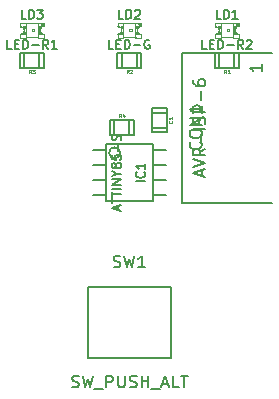
<source format=gto>
G04 (created by PCBNEW (2012-oct-18)-testing) date Mon 29 Oct 2012 19:12:37 NZDT*
%MOIN*%
G04 Gerber Fmt 3.4, Leading zero omitted, Abs format*
%FSLAX34Y34*%
G01*
G70*
G90*
G04 APERTURE LIST*
%ADD10C,0.006*%
%ADD11C,0.00590551*%
%ADD12C,0.005*%
%ADD13C,0.0026*%
%ADD14C,0.004*%
%ADD15C,0.002*%
%ADD16C,0.0059*%
%ADD17C,0.0024*%
G04 APERTURE END LIST*
G54D10*
G54D11*
X58500Y-52000D02*
X55500Y-52000D01*
X55500Y-52000D02*
X55500Y-57000D01*
X55500Y-57000D02*
X58500Y-57000D01*
G54D12*
X54530Y-55050D02*
X52970Y-55050D01*
X52970Y-55050D02*
X52970Y-56950D01*
X52970Y-56950D02*
X54530Y-56950D01*
X54530Y-56950D02*
X54530Y-55050D01*
X54530Y-55250D02*
X54960Y-55250D01*
X54530Y-55750D02*
X54960Y-55750D01*
X54530Y-56250D02*
X54960Y-56250D01*
X54960Y-56750D02*
X54530Y-56750D01*
X52970Y-56750D02*
X52540Y-56750D01*
X52540Y-56250D02*
X52970Y-56250D01*
X52540Y-55750D02*
X52970Y-55750D01*
X52540Y-55250D02*
X52970Y-55250D01*
X53446Y-55340D02*
G75*
G03X53446Y-55340I-186J0D01*
G74*
G01*
X53750Y-54250D02*
X53750Y-54750D01*
X53250Y-54250D02*
X53250Y-54740D01*
X53100Y-54250D02*
X53900Y-54250D01*
X53900Y-54250D02*
X53900Y-54750D01*
X53900Y-54750D02*
X53100Y-54750D01*
X53100Y-54750D02*
X53100Y-54250D01*
X50250Y-52500D02*
X50250Y-52000D01*
X50750Y-52500D02*
X50750Y-52010D01*
X50900Y-52500D02*
X50100Y-52500D01*
X50100Y-52500D02*
X50100Y-52000D01*
X50100Y-52000D02*
X50900Y-52000D01*
X50900Y-52000D02*
X50900Y-52500D01*
X53500Y-52500D02*
X53500Y-52000D01*
X54000Y-52500D02*
X54000Y-52010D01*
X54150Y-52500D02*
X53350Y-52500D01*
X53350Y-52500D02*
X53350Y-52000D01*
X53350Y-52000D02*
X54150Y-52000D01*
X54150Y-52000D02*
X54150Y-52500D01*
X56750Y-52500D02*
X56750Y-52000D01*
X57250Y-52500D02*
X57250Y-52010D01*
X57400Y-52500D02*
X56600Y-52500D01*
X56600Y-52500D02*
X56600Y-52000D01*
X56600Y-52000D02*
X57400Y-52000D01*
X57400Y-52000D02*
X57400Y-52500D01*
G54D13*
X50696Y-51368D02*
X50696Y-51496D01*
X50696Y-51496D02*
X50893Y-51496D01*
X50893Y-51368D02*
X50893Y-51496D01*
X50696Y-51368D02*
X50893Y-51368D01*
X50696Y-51123D02*
X50696Y-51182D01*
X50696Y-51182D02*
X50795Y-51182D01*
X50795Y-51123D02*
X50795Y-51182D01*
X50696Y-51123D02*
X50795Y-51123D01*
X50696Y-51318D02*
X50696Y-51377D01*
X50696Y-51377D02*
X50795Y-51377D01*
X50795Y-51318D02*
X50795Y-51377D01*
X50696Y-51318D02*
X50795Y-51318D01*
X50696Y-51172D02*
X50696Y-51328D01*
X50696Y-51328D02*
X50765Y-51328D01*
X50765Y-51172D02*
X50765Y-51328D01*
X50696Y-51172D02*
X50765Y-51172D01*
X50107Y-51368D02*
X50107Y-51496D01*
X50107Y-51496D02*
X50304Y-51496D01*
X50304Y-51368D02*
X50304Y-51496D01*
X50107Y-51368D02*
X50304Y-51368D01*
X50107Y-51004D02*
X50107Y-51132D01*
X50107Y-51132D02*
X50304Y-51132D01*
X50304Y-51004D02*
X50304Y-51132D01*
X50107Y-51004D02*
X50304Y-51004D01*
X50205Y-51318D02*
X50205Y-51377D01*
X50205Y-51377D02*
X50304Y-51377D01*
X50304Y-51318D02*
X50304Y-51377D01*
X50205Y-51318D02*
X50304Y-51318D01*
X50205Y-51123D02*
X50205Y-51182D01*
X50205Y-51182D02*
X50304Y-51182D01*
X50304Y-51123D02*
X50304Y-51182D01*
X50205Y-51123D02*
X50304Y-51123D01*
X50235Y-51172D02*
X50235Y-51328D01*
X50235Y-51328D02*
X50304Y-51328D01*
X50304Y-51172D02*
X50304Y-51328D01*
X50235Y-51172D02*
X50304Y-51172D01*
X50500Y-51211D02*
X50500Y-51289D01*
X50500Y-51289D02*
X50578Y-51289D01*
X50578Y-51211D02*
X50578Y-51289D01*
X50500Y-51211D02*
X50578Y-51211D01*
X50696Y-51014D02*
X50696Y-51132D01*
X50696Y-51132D02*
X50814Y-51132D01*
X50814Y-51014D02*
X50814Y-51132D01*
X50696Y-51014D02*
X50814Y-51014D01*
X50864Y-51004D02*
X50864Y-51093D01*
X50864Y-51093D02*
X50893Y-51093D01*
X50893Y-51004D02*
X50893Y-51093D01*
X50864Y-51004D02*
X50893Y-51004D01*
G54D14*
X50706Y-51476D02*
X50294Y-51476D01*
X50304Y-51024D02*
X50864Y-51024D01*
G54D15*
X50862Y-51073D02*
G75*
G03X50862Y-51073I-28J0D01*
G74*
G01*
G54D14*
X50893Y-51113D02*
G75*
G03X50893Y-51387I0J-137D01*
G74*
G01*
X50107Y-51387D02*
G75*
G03X50107Y-51113I0J137D01*
G74*
G01*
G54D13*
X53946Y-51368D02*
X53946Y-51496D01*
X53946Y-51496D02*
X54143Y-51496D01*
X54143Y-51368D02*
X54143Y-51496D01*
X53946Y-51368D02*
X54143Y-51368D01*
X53946Y-51123D02*
X53946Y-51182D01*
X53946Y-51182D02*
X54045Y-51182D01*
X54045Y-51123D02*
X54045Y-51182D01*
X53946Y-51123D02*
X54045Y-51123D01*
X53946Y-51318D02*
X53946Y-51377D01*
X53946Y-51377D02*
X54045Y-51377D01*
X54045Y-51318D02*
X54045Y-51377D01*
X53946Y-51318D02*
X54045Y-51318D01*
X53946Y-51172D02*
X53946Y-51328D01*
X53946Y-51328D02*
X54015Y-51328D01*
X54015Y-51172D02*
X54015Y-51328D01*
X53946Y-51172D02*
X54015Y-51172D01*
X53357Y-51368D02*
X53357Y-51496D01*
X53357Y-51496D02*
X53554Y-51496D01*
X53554Y-51368D02*
X53554Y-51496D01*
X53357Y-51368D02*
X53554Y-51368D01*
X53357Y-51004D02*
X53357Y-51132D01*
X53357Y-51132D02*
X53554Y-51132D01*
X53554Y-51004D02*
X53554Y-51132D01*
X53357Y-51004D02*
X53554Y-51004D01*
X53455Y-51318D02*
X53455Y-51377D01*
X53455Y-51377D02*
X53554Y-51377D01*
X53554Y-51318D02*
X53554Y-51377D01*
X53455Y-51318D02*
X53554Y-51318D01*
X53455Y-51123D02*
X53455Y-51182D01*
X53455Y-51182D02*
X53554Y-51182D01*
X53554Y-51123D02*
X53554Y-51182D01*
X53455Y-51123D02*
X53554Y-51123D01*
X53485Y-51172D02*
X53485Y-51328D01*
X53485Y-51328D02*
X53554Y-51328D01*
X53554Y-51172D02*
X53554Y-51328D01*
X53485Y-51172D02*
X53554Y-51172D01*
X53750Y-51211D02*
X53750Y-51289D01*
X53750Y-51289D02*
X53828Y-51289D01*
X53828Y-51211D02*
X53828Y-51289D01*
X53750Y-51211D02*
X53828Y-51211D01*
X53946Y-51014D02*
X53946Y-51132D01*
X53946Y-51132D02*
X54064Y-51132D01*
X54064Y-51014D02*
X54064Y-51132D01*
X53946Y-51014D02*
X54064Y-51014D01*
X54114Y-51004D02*
X54114Y-51093D01*
X54114Y-51093D02*
X54143Y-51093D01*
X54143Y-51004D02*
X54143Y-51093D01*
X54114Y-51004D02*
X54143Y-51004D01*
G54D14*
X53956Y-51476D02*
X53544Y-51476D01*
X53554Y-51024D02*
X54114Y-51024D01*
G54D15*
X54112Y-51073D02*
G75*
G03X54112Y-51073I-28J0D01*
G74*
G01*
G54D14*
X54143Y-51113D02*
G75*
G03X54143Y-51387I0J-137D01*
G74*
G01*
X53357Y-51387D02*
G75*
G03X53357Y-51113I0J137D01*
G74*
G01*
G54D13*
X57196Y-51368D02*
X57196Y-51496D01*
X57196Y-51496D02*
X57393Y-51496D01*
X57393Y-51368D02*
X57393Y-51496D01*
X57196Y-51368D02*
X57393Y-51368D01*
X57196Y-51123D02*
X57196Y-51182D01*
X57196Y-51182D02*
X57295Y-51182D01*
X57295Y-51123D02*
X57295Y-51182D01*
X57196Y-51123D02*
X57295Y-51123D01*
X57196Y-51318D02*
X57196Y-51377D01*
X57196Y-51377D02*
X57295Y-51377D01*
X57295Y-51318D02*
X57295Y-51377D01*
X57196Y-51318D02*
X57295Y-51318D01*
X57196Y-51172D02*
X57196Y-51328D01*
X57196Y-51328D02*
X57265Y-51328D01*
X57265Y-51172D02*
X57265Y-51328D01*
X57196Y-51172D02*
X57265Y-51172D01*
X56607Y-51368D02*
X56607Y-51496D01*
X56607Y-51496D02*
X56804Y-51496D01*
X56804Y-51368D02*
X56804Y-51496D01*
X56607Y-51368D02*
X56804Y-51368D01*
X56607Y-51004D02*
X56607Y-51132D01*
X56607Y-51132D02*
X56804Y-51132D01*
X56804Y-51004D02*
X56804Y-51132D01*
X56607Y-51004D02*
X56804Y-51004D01*
X56705Y-51318D02*
X56705Y-51377D01*
X56705Y-51377D02*
X56804Y-51377D01*
X56804Y-51318D02*
X56804Y-51377D01*
X56705Y-51318D02*
X56804Y-51318D01*
X56705Y-51123D02*
X56705Y-51182D01*
X56705Y-51182D02*
X56804Y-51182D01*
X56804Y-51123D02*
X56804Y-51182D01*
X56705Y-51123D02*
X56804Y-51123D01*
X56735Y-51172D02*
X56735Y-51328D01*
X56735Y-51328D02*
X56804Y-51328D01*
X56804Y-51172D02*
X56804Y-51328D01*
X56735Y-51172D02*
X56804Y-51172D01*
X57000Y-51211D02*
X57000Y-51289D01*
X57000Y-51289D02*
X57078Y-51289D01*
X57078Y-51211D02*
X57078Y-51289D01*
X57000Y-51211D02*
X57078Y-51211D01*
X57196Y-51014D02*
X57196Y-51132D01*
X57196Y-51132D02*
X57314Y-51132D01*
X57314Y-51014D02*
X57314Y-51132D01*
X57196Y-51014D02*
X57314Y-51014D01*
X57364Y-51004D02*
X57364Y-51093D01*
X57364Y-51093D02*
X57393Y-51093D01*
X57393Y-51004D02*
X57393Y-51093D01*
X57364Y-51004D02*
X57393Y-51004D01*
G54D14*
X57206Y-51476D02*
X56794Y-51476D01*
X56804Y-51024D02*
X57364Y-51024D01*
G54D15*
X57362Y-51073D02*
G75*
G03X57362Y-51073I-28J0D01*
G74*
G01*
G54D14*
X57393Y-51113D02*
G75*
G03X57393Y-51387I0J-137D01*
G74*
G01*
X56607Y-51387D02*
G75*
G03X56607Y-51113I0J137D01*
G74*
G01*
G54D12*
X55000Y-54500D02*
X54500Y-54500D01*
X55000Y-54000D02*
X54510Y-54000D01*
X55000Y-53850D02*
X55000Y-54650D01*
X55000Y-54650D02*
X54500Y-54650D01*
X54500Y-54650D02*
X54500Y-53850D01*
X54500Y-53850D02*
X55000Y-53850D01*
G54D11*
X55127Y-59818D02*
X55127Y-62181D01*
X55127Y-62181D02*
X52372Y-62181D01*
X52372Y-62181D02*
X52372Y-59818D01*
X52372Y-59818D02*
X55127Y-59818D01*
G54D16*
X56121Y-54978D02*
X56140Y-54997D01*
X56159Y-55053D01*
X56159Y-55090D01*
X56140Y-55147D01*
X56103Y-55184D01*
X56065Y-55203D01*
X55990Y-55222D01*
X55934Y-55222D01*
X55859Y-55203D01*
X55821Y-55184D01*
X55784Y-55147D01*
X55765Y-55090D01*
X55765Y-55053D01*
X55784Y-54997D01*
X55803Y-54978D01*
X55765Y-54734D02*
X55765Y-54659D01*
X55784Y-54621D01*
X55821Y-54584D01*
X55896Y-54565D01*
X56028Y-54565D01*
X56103Y-54584D01*
X56140Y-54621D01*
X56159Y-54659D01*
X56159Y-54734D01*
X56140Y-54772D01*
X56103Y-54809D01*
X56028Y-54828D01*
X55896Y-54828D01*
X55821Y-54809D01*
X55784Y-54772D01*
X55765Y-54734D01*
X56159Y-54396D02*
X55765Y-54396D01*
X56159Y-54171D01*
X55765Y-54171D01*
X56159Y-53777D02*
X56159Y-54002D01*
X56159Y-53890D02*
X55765Y-53890D01*
X55821Y-53927D01*
X55859Y-53965D01*
X55878Y-54002D01*
G54D11*
X56168Y-56112D02*
X56168Y-55924D01*
X56281Y-56149D02*
X55887Y-56018D01*
X56281Y-55887D01*
X55887Y-55812D02*
X56281Y-55681D01*
X55887Y-55549D01*
X56281Y-55193D02*
X56093Y-55324D01*
X56281Y-55418D02*
X55887Y-55418D01*
X55887Y-55268D01*
X55906Y-55231D01*
X55925Y-55212D01*
X55962Y-55193D01*
X56018Y-55193D01*
X56056Y-55212D01*
X56075Y-55231D01*
X56093Y-55268D01*
X56093Y-55418D01*
X56131Y-55024D02*
X56131Y-54724D01*
X56281Y-54537D02*
X55887Y-54537D01*
X56262Y-54368D02*
X56281Y-54312D01*
X56281Y-54218D01*
X56262Y-54181D01*
X56243Y-54162D01*
X56206Y-54143D01*
X56168Y-54143D01*
X56131Y-54162D01*
X56112Y-54181D01*
X56093Y-54218D01*
X56075Y-54293D01*
X56056Y-54331D01*
X56037Y-54350D01*
X56000Y-54368D01*
X55962Y-54368D01*
X55925Y-54350D01*
X55906Y-54331D01*
X55887Y-54293D01*
X55887Y-54200D01*
X55906Y-54143D01*
X56281Y-53975D02*
X55887Y-53975D01*
X55887Y-53825D01*
X55906Y-53787D01*
X55925Y-53768D01*
X55962Y-53750D01*
X56018Y-53750D01*
X56056Y-53768D01*
X56075Y-53787D01*
X56093Y-53825D01*
X56093Y-53975D01*
X56131Y-53581D02*
X56131Y-53281D01*
X55887Y-52925D02*
X55887Y-53000D01*
X55906Y-53037D01*
X55925Y-53056D01*
X55981Y-53093D01*
X56056Y-53112D01*
X56206Y-53112D01*
X56243Y-53093D01*
X56262Y-53075D01*
X56281Y-53037D01*
X56281Y-52962D01*
X56262Y-52925D01*
X56243Y-52906D01*
X56206Y-52887D01*
X56112Y-52887D01*
X56075Y-52906D01*
X56056Y-52925D01*
X56037Y-52962D01*
X56037Y-53037D01*
X56056Y-53075D01*
X56075Y-53093D01*
X56112Y-53112D01*
G54D16*
X58159Y-52387D02*
X58159Y-52612D01*
X58159Y-52500D02*
X57765Y-52500D01*
X57821Y-52537D01*
X57859Y-52575D01*
X57878Y-52612D01*
X54269Y-56287D02*
X53974Y-56287D01*
X54241Y-55978D02*
X54255Y-55992D01*
X54269Y-56035D01*
X54269Y-56063D01*
X54255Y-56105D01*
X54227Y-56133D01*
X54199Y-56147D01*
X54142Y-56161D01*
X54100Y-56161D01*
X54044Y-56147D01*
X54016Y-56133D01*
X53988Y-56105D01*
X53974Y-56063D01*
X53974Y-56035D01*
X53988Y-55992D01*
X54002Y-55978D01*
X54269Y-55697D02*
X54269Y-55866D01*
X54269Y-55782D02*
X53974Y-55782D01*
X54016Y-55810D01*
X54044Y-55838D01*
X54058Y-55866D01*
X53385Y-57250D02*
X53385Y-57109D01*
X53469Y-57278D02*
X53174Y-57179D01*
X53469Y-57081D01*
X53174Y-57025D02*
X53174Y-56856D01*
X53469Y-56941D02*
X53174Y-56941D01*
X53174Y-56800D02*
X53174Y-56632D01*
X53469Y-56716D02*
X53174Y-56716D01*
X53469Y-56533D02*
X53174Y-56533D01*
X53469Y-56393D02*
X53174Y-56393D01*
X53469Y-56224D01*
X53174Y-56224D01*
X53328Y-56028D02*
X53469Y-56028D01*
X53174Y-56126D02*
X53328Y-56028D01*
X53174Y-55929D01*
X53300Y-55789D02*
X53286Y-55817D01*
X53272Y-55831D01*
X53244Y-55845D01*
X53230Y-55845D01*
X53202Y-55831D01*
X53188Y-55817D01*
X53174Y-55789D01*
X53174Y-55733D01*
X53188Y-55705D01*
X53202Y-55690D01*
X53230Y-55676D01*
X53244Y-55676D01*
X53272Y-55690D01*
X53286Y-55705D01*
X53300Y-55733D01*
X53300Y-55789D01*
X53314Y-55817D01*
X53328Y-55831D01*
X53357Y-55845D01*
X53413Y-55845D01*
X53441Y-55831D01*
X53455Y-55817D01*
X53469Y-55789D01*
X53469Y-55733D01*
X53455Y-55705D01*
X53441Y-55690D01*
X53413Y-55676D01*
X53357Y-55676D01*
X53328Y-55690D01*
X53314Y-55705D01*
X53300Y-55733D01*
X53174Y-55410D02*
X53174Y-55550D01*
X53314Y-55564D01*
X53300Y-55550D01*
X53286Y-55522D01*
X53286Y-55452D01*
X53300Y-55424D01*
X53314Y-55410D01*
X53342Y-55395D01*
X53413Y-55395D01*
X53441Y-55410D01*
X53455Y-55424D01*
X53469Y-55452D01*
X53469Y-55522D01*
X53455Y-55550D01*
X53441Y-55564D01*
X53357Y-55269D02*
X53357Y-55044D01*
X53455Y-54918D02*
X53469Y-54876D01*
X53469Y-54805D01*
X53455Y-54777D01*
X53441Y-54763D01*
X53413Y-54749D01*
X53385Y-54749D01*
X53357Y-54763D01*
X53342Y-54777D01*
X53328Y-54805D01*
X53314Y-54862D01*
X53300Y-54890D01*
X53286Y-54904D01*
X53258Y-54918D01*
X53230Y-54918D01*
X53202Y-54904D01*
X53188Y-54890D01*
X53174Y-54862D01*
X53174Y-54791D01*
X53188Y-54749D01*
G54D17*
X53480Y-54157D02*
X53441Y-54101D01*
X53412Y-54157D02*
X53412Y-54039D01*
X53457Y-54039D01*
X53469Y-54045D01*
X53474Y-54051D01*
X53480Y-54062D01*
X53480Y-54079D01*
X53474Y-54090D01*
X53469Y-54095D01*
X53457Y-54101D01*
X53412Y-54101D01*
X53581Y-54079D02*
X53581Y-54157D01*
X53553Y-54034D02*
X53525Y-54118D01*
X53598Y-54118D01*
X50480Y-52687D02*
X50441Y-52631D01*
X50412Y-52687D02*
X50412Y-52569D01*
X50457Y-52569D01*
X50469Y-52575D01*
X50474Y-52581D01*
X50480Y-52592D01*
X50480Y-52609D01*
X50474Y-52620D01*
X50469Y-52625D01*
X50457Y-52631D01*
X50412Y-52631D01*
X50519Y-52569D02*
X50592Y-52569D01*
X50553Y-52614D01*
X50570Y-52614D01*
X50581Y-52620D01*
X50587Y-52625D01*
X50592Y-52637D01*
X50592Y-52665D01*
X50587Y-52676D01*
X50581Y-52682D01*
X50570Y-52687D01*
X50536Y-52687D01*
X50525Y-52682D01*
X50519Y-52676D01*
X53730Y-52687D02*
X53691Y-52631D01*
X53662Y-52687D02*
X53662Y-52569D01*
X53707Y-52569D01*
X53719Y-52575D01*
X53724Y-52581D01*
X53730Y-52592D01*
X53730Y-52609D01*
X53724Y-52620D01*
X53719Y-52625D01*
X53707Y-52631D01*
X53662Y-52631D01*
X53775Y-52581D02*
X53780Y-52575D01*
X53792Y-52569D01*
X53820Y-52569D01*
X53831Y-52575D01*
X53837Y-52581D01*
X53842Y-52592D01*
X53842Y-52603D01*
X53837Y-52620D01*
X53769Y-52687D01*
X53842Y-52687D01*
X56980Y-52687D02*
X56941Y-52631D01*
X56912Y-52687D02*
X56912Y-52569D01*
X56957Y-52569D01*
X56969Y-52575D01*
X56974Y-52581D01*
X56980Y-52592D01*
X56980Y-52609D01*
X56974Y-52620D01*
X56969Y-52625D01*
X56957Y-52631D01*
X56912Y-52631D01*
X57092Y-52687D02*
X57025Y-52687D01*
X57059Y-52687D02*
X57059Y-52569D01*
X57047Y-52586D01*
X57036Y-52597D01*
X57025Y-52603D01*
G54D12*
X50300Y-50871D02*
X50157Y-50871D01*
X50157Y-50571D01*
X50400Y-50871D02*
X50400Y-50571D01*
X50471Y-50571D01*
X50514Y-50585D01*
X50542Y-50614D01*
X50557Y-50642D01*
X50571Y-50700D01*
X50571Y-50742D01*
X50557Y-50800D01*
X50542Y-50828D01*
X50514Y-50857D01*
X50471Y-50871D01*
X50400Y-50871D01*
X50671Y-50571D02*
X50857Y-50571D01*
X50757Y-50685D01*
X50800Y-50685D01*
X50828Y-50700D01*
X50842Y-50714D01*
X50857Y-50742D01*
X50857Y-50814D01*
X50842Y-50842D01*
X50828Y-50857D01*
X50800Y-50871D01*
X50714Y-50871D01*
X50685Y-50857D01*
X50671Y-50842D01*
X49828Y-51871D02*
X49685Y-51871D01*
X49685Y-51571D01*
X49928Y-51714D02*
X50028Y-51714D01*
X50071Y-51871D02*
X49928Y-51871D01*
X49928Y-51571D01*
X50071Y-51571D01*
X50200Y-51871D02*
X50200Y-51571D01*
X50271Y-51571D01*
X50314Y-51585D01*
X50342Y-51614D01*
X50357Y-51642D01*
X50371Y-51700D01*
X50371Y-51742D01*
X50357Y-51800D01*
X50342Y-51828D01*
X50314Y-51857D01*
X50271Y-51871D01*
X50200Y-51871D01*
X50500Y-51757D02*
X50728Y-51757D01*
X51042Y-51871D02*
X50942Y-51728D01*
X50871Y-51871D02*
X50871Y-51571D01*
X50985Y-51571D01*
X51014Y-51585D01*
X51028Y-51600D01*
X51042Y-51628D01*
X51042Y-51671D01*
X51028Y-51700D01*
X51014Y-51714D01*
X50985Y-51728D01*
X50871Y-51728D01*
X51328Y-51871D02*
X51157Y-51871D01*
X51242Y-51871D02*
X51242Y-51571D01*
X51214Y-51614D01*
X51185Y-51642D01*
X51157Y-51657D01*
X53550Y-50871D02*
X53407Y-50871D01*
X53407Y-50571D01*
X53650Y-50871D02*
X53650Y-50571D01*
X53721Y-50571D01*
X53764Y-50585D01*
X53792Y-50614D01*
X53807Y-50642D01*
X53821Y-50700D01*
X53821Y-50742D01*
X53807Y-50800D01*
X53792Y-50828D01*
X53764Y-50857D01*
X53721Y-50871D01*
X53650Y-50871D01*
X53935Y-50600D02*
X53950Y-50585D01*
X53978Y-50571D01*
X54050Y-50571D01*
X54078Y-50585D01*
X54092Y-50600D01*
X54107Y-50628D01*
X54107Y-50657D01*
X54092Y-50700D01*
X53921Y-50871D01*
X54107Y-50871D01*
X53221Y-51871D02*
X53078Y-51871D01*
X53078Y-51571D01*
X53321Y-51714D02*
X53421Y-51714D01*
X53464Y-51871D02*
X53321Y-51871D01*
X53321Y-51571D01*
X53464Y-51571D01*
X53592Y-51871D02*
X53592Y-51571D01*
X53664Y-51571D01*
X53707Y-51585D01*
X53735Y-51614D01*
X53750Y-51642D01*
X53764Y-51700D01*
X53764Y-51742D01*
X53750Y-51800D01*
X53735Y-51828D01*
X53707Y-51857D01*
X53664Y-51871D01*
X53592Y-51871D01*
X53892Y-51757D02*
X54121Y-51757D01*
X54421Y-51585D02*
X54392Y-51571D01*
X54350Y-51571D01*
X54307Y-51585D01*
X54278Y-51614D01*
X54264Y-51642D01*
X54250Y-51700D01*
X54250Y-51742D01*
X54264Y-51800D01*
X54278Y-51828D01*
X54307Y-51857D01*
X54350Y-51871D01*
X54378Y-51871D01*
X54421Y-51857D01*
X54435Y-51842D01*
X54435Y-51742D01*
X54378Y-51742D01*
X56800Y-50871D02*
X56657Y-50871D01*
X56657Y-50571D01*
X56900Y-50871D02*
X56900Y-50571D01*
X56971Y-50571D01*
X57014Y-50585D01*
X57042Y-50614D01*
X57057Y-50642D01*
X57071Y-50700D01*
X57071Y-50742D01*
X57057Y-50800D01*
X57042Y-50828D01*
X57014Y-50857D01*
X56971Y-50871D01*
X56900Y-50871D01*
X57357Y-50871D02*
X57185Y-50871D01*
X57271Y-50871D02*
X57271Y-50571D01*
X57242Y-50614D01*
X57214Y-50642D01*
X57185Y-50657D01*
X56328Y-51871D02*
X56185Y-51871D01*
X56185Y-51571D01*
X56428Y-51714D02*
X56528Y-51714D01*
X56571Y-51871D02*
X56428Y-51871D01*
X56428Y-51571D01*
X56571Y-51571D01*
X56700Y-51871D02*
X56700Y-51571D01*
X56771Y-51571D01*
X56814Y-51585D01*
X56842Y-51614D01*
X56857Y-51642D01*
X56871Y-51700D01*
X56871Y-51742D01*
X56857Y-51800D01*
X56842Y-51828D01*
X56814Y-51857D01*
X56771Y-51871D01*
X56700Y-51871D01*
X57000Y-51757D02*
X57228Y-51757D01*
X57542Y-51871D02*
X57442Y-51728D01*
X57371Y-51871D02*
X57371Y-51571D01*
X57485Y-51571D01*
X57514Y-51585D01*
X57528Y-51600D01*
X57542Y-51628D01*
X57542Y-51671D01*
X57528Y-51700D01*
X57514Y-51714D01*
X57485Y-51728D01*
X57371Y-51728D01*
X57657Y-51600D02*
X57671Y-51585D01*
X57700Y-51571D01*
X57771Y-51571D01*
X57800Y-51585D01*
X57814Y-51600D01*
X57828Y-51628D01*
X57828Y-51657D01*
X57814Y-51700D01*
X57642Y-51871D01*
X57828Y-51871D01*
G54D17*
X55176Y-54269D02*
X55182Y-54275D01*
X55187Y-54292D01*
X55187Y-54303D01*
X55182Y-54320D01*
X55170Y-54331D01*
X55159Y-54337D01*
X55137Y-54342D01*
X55120Y-54342D01*
X55097Y-54337D01*
X55086Y-54331D01*
X55075Y-54320D01*
X55069Y-54303D01*
X55069Y-54292D01*
X55075Y-54275D01*
X55081Y-54269D01*
X55187Y-54157D02*
X55187Y-54224D01*
X55187Y-54191D02*
X55069Y-54191D01*
X55086Y-54202D01*
X55097Y-54213D01*
X55103Y-54224D01*
G54D11*
X53225Y-59140D02*
X53281Y-59159D01*
X53375Y-59159D01*
X53412Y-59140D01*
X53431Y-59121D01*
X53450Y-59084D01*
X53450Y-59046D01*
X53431Y-59009D01*
X53412Y-58990D01*
X53375Y-58971D01*
X53300Y-58953D01*
X53262Y-58934D01*
X53243Y-58915D01*
X53225Y-58878D01*
X53225Y-58840D01*
X53243Y-58803D01*
X53262Y-58784D01*
X53300Y-58765D01*
X53393Y-58765D01*
X53450Y-58784D01*
X53581Y-58765D02*
X53675Y-59159D01*
X53750Y-58878D01*
X53824Y-59159D01*
X53918Y-58765D01*
X54274Y-59159D02*
X54049Y-59159D01*
X54162Y-59159D02*
X54162Y-58765D01*
X54124Y-58821D01*
X54087Y-58859D01*
X54049Y-58878D01*
X51837Y-63140D02*
X51893Y-63159D01*
X51987Y-63159D01*
X52025Y-63140D01*
X52043Y-63121D01*
X52062Y-63084D01*
X52062Y-63046D01*
X52043Y-63009D01*
X52025Y-62990D01*
X51987Y-62971D01*
X51912Y-62953D01*
X51875Y-62934D01*
X51856Y-62915D01*
X51837Y-62878D01*
X51837Y-62840D01*
X51856Y-62803D01*
X51875Y-62784D01*
X51912Y-62765D01*
X52006Y-62765D01*
X52062Y-62784D01*
X52193Y-62765D02*
X52287Y-63159D01*
X52362Y-62878D01*
X52437Y-63159D01*
X52531Y-62765D01*
X52587Y-63196D02*
X52887Y-63196D01*
X52981Y-63159D02*
X52981Y-62765D01*
X53131Y-62765D01*
X53168Y-62784D01*
X53187Y-62803D01*
X53206Y-62840D01*
X53206Y-62896D01*
X53187Y-62934D01*
X53168Y-62953D01*
X53131Y-62971D01*
X52981Y-62971D01*
X53375Y-62765D02*
X53375Y-63084D01*
X53393Y-63121D01*
X53412Y-63140D01*
X53450Y-63159D01*
X53525Y-63159D01*
X53562Y-63140D01*
X53581Y-63121D01*
X53600Y-63084D01*
X53600Y-62765D01*
X53768Y-63140D02*
X53824Y-63159D01*
X53918Y-63159D01*
X53956Y-63140D01*
X53974Y-63121D01*
X53993Y-63084D01*
X53993Y-63046D01*
X53974Y-63009D01*
X53956Y-62990D01*
X53918Y-62971D01*
X53843Y-62953D01*
X53806Y-62934D01*
X53787Y-62915D01*
X53768Y-62878D01*
X53768Y-62840D01*
X53787Y-62803D01*
X53806Y-62784D01*
X53843Y-62765D01*
X53937Y-62765D01*
X53993Y-62784D01*
X54162Y-63159D02*
X54162Y-62765D01*
X54162Y-62953D02*
X54387Y-62953D01*
X54387Y-63159D02*
X54387Y-62765D01*
X54481Y-63196D02*
X54781Y-63196D01*
X54856Y-63046D02*
X55043Y-63046D01*
X54818Y-63159D02*
X54949Y-62765D01*
X55081Y-63159D01*
X55399Y-63159D02*
X55212Y-63159D01*
X55212Y-62765D01*
X55474Y-62765D02*
X55699Y-62765D01*
X55587Y-63159D02*
X55587Y-62765D01*
M02*

</source>
